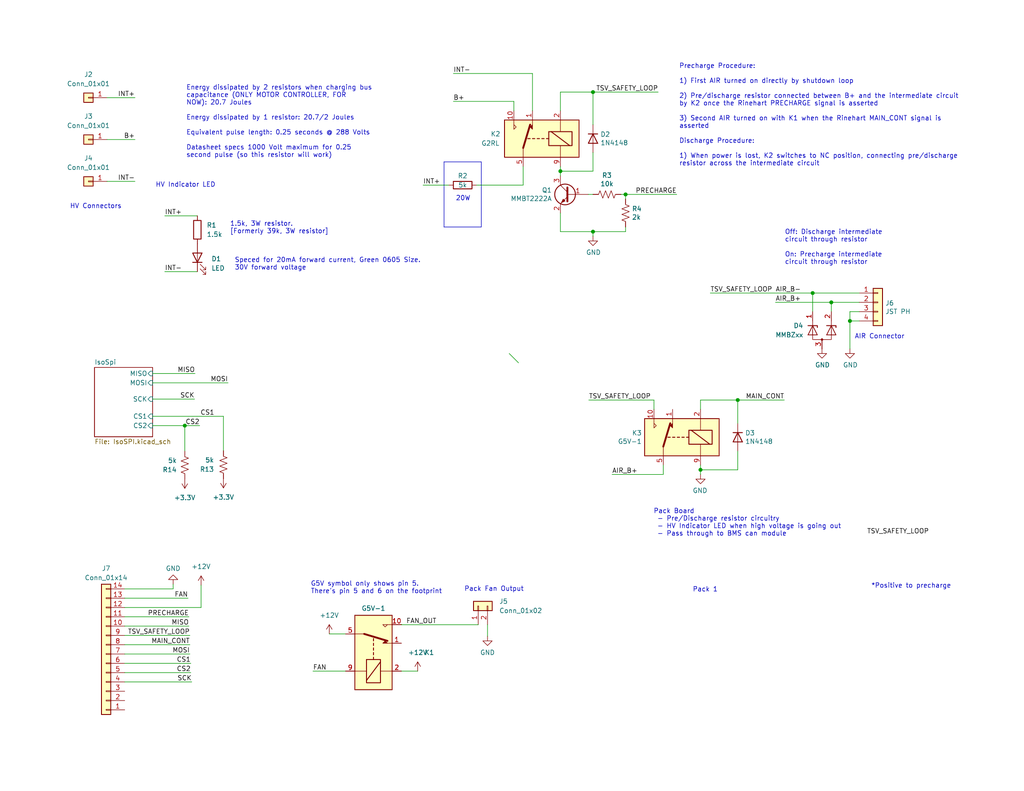
<source format=kicad_sch>
(kicad_sch (version 20230121) (generator eeschema)
  (paper "A")
  (lib_symbols
    (symbol "Connector_Generic:Conn_01x01" (pin_names (offset 1.016) hide)
      (property "Reference" "J" (at 0 2.54 0))
      (property "Value" "Conn_01x01" (at 0 -2.54 0))
      (symbol "Conn_01x01_1_1"
        (rectangle (start -1.27 0.127) (end 0 -0.127) (stroke (width 0.1524)))
        (rectangle (start -1.27 1.27) (end 1.27 -1.27) (stroke (width 0.254)) (fill (type background)))
        (pin passive line (at -5.08 0 0) (length 3.81) (name "Pin_1") (number "1"))
      )
    )
    (symbol "Connector_Generic:Conn_01x02" (pin_names (offset 1.016) hide)
      (property "Reference" "J" (at 0 2.54 0))
      (property "Value" "Conn_01x02" (at 0 -5.08 0))
      (symbol "Conn_01x02_1_1"
        (rectangle (start -1.27 -2.413) (end 0 -2.667) (stroke (width 0.1524)))
        (rectangle (start -1.27 0.127) (end 0 -0.127) (stroke (width 0.1524)))
        (rectangle (start -1.27 1.27) (end 1.27 -3.81) (stroke (width 0.254)) (fill (type background)))
        (pin passive line (at -5.08 0 0) (length 3.81) (name "Pin_1") (number "1"))
        (pin passive line (at -5.08 -2.54 0) (length 3.81) (name "Pin_2") (number "2"))
      )
    )
    (symbol "Connector_Generic:Conn_01x04" (pin_names (offset 1.016) hide)
      (property "Reference" "J" (at 0 5.08 0))
      (property "Value" "Conn_01x04" (at 0 -7.62 0))
      (symbol "Conn_01x04_1_1"
        (rectangle (start -1.27 -4.953) (end 0 -5.207) (stroke (width 0.1524)))
        (rectangle (start -1.27 -2.413) (end 0 -2.667) (stroke (width 0.1524)))
        (rectangle (start -1.27 0.127) (end 0 -0.127) (stroke (width 0.1524)))
        (rectangle (start -1.27 2.667) (end 0 2.413) (stroke (width 0.1524)))
        (rectangle (start -1.27 3.81) (end 1.27 -6.35) (stroke (width 0.254)) (fill (type background)))
        (pin passive line (at -5.08 2.54 0) (length 3.81) (name "Pin_1") (number "1"))
        (pin passive line (at -5.08 0 0) (length 3.81) (name "Pin_2") (number "2"))
        (pin passive line (at -5.08 -2.54 0) (length 3.81) (name "Pin_3") (number "3"))
        (pin passive line (at -5.08 -5.08 0) (length 3.81) (name "Pin_4") (number "4"))
      )
    )
    (symbol "Connector_Generic:Conn_01x14" (pin_names (offset 1.016) hide)
      (property "Reference" "J" (at 0 17.78 0))
      (property "Value" "Conn_01x14" (at 0 -20.32 0))
      (symbol "Conn_01x14_1_1"
        (rectangle (start -1.27 -17.653) (end 0 -17.907) (stroke (width 0.1524)))
        (rectangle (start -1.27 -15.113) (end 0 -15.367) (stroke (width 0.1524)))
        (rectangle (start -1.27 -12.573) (end 0 -12.827) (stroke (width 0.1524)))
        (rectangle (start -1.27 -10.033) (end 0 -10.287) (stroke (width 0.1524)))
        (rectangle (start -1.27 -7.493) (end 0 -7.747) (stroke (width 0.1524)))
        (rectangle (start -1.27 -4.953) (end 0 -5.207) (stroke (width 0.1524)))
        (rectangle (start -1.27 -2.413) (end 0 -2.667) (stroke (width 0.1524)))
        (rectangle (start -1.27 0.127) (end 0 -0.127) (stroke (width 0.1524)))
        (rectangle (start -1.27 2.667) (end 0 2.413) (stroke (width 0.1524)))
        (rectangle (start -1.27 5.207) (end 0 4.953) (stroke (width 0.1524)))
        (rectangle (start -1.27 7.747) (end 0 7.493) (stroke (width 0.1524)))
        (rectangle (start -1.27 10.287) (end 0 10.033) (stroke (width 0.1524)))
        (rectangle (start -1.27 12.827) (end 0 12.573) (stroke (width 0.1524)))
        (rectangle (start -1.27 15.367) (end 0 15.113) (stroke (width 0.1524)))
        (rectangle (start -1.27 16.51) (end 1.27 -19.05) (stroke (width 0.254)) (fill (type background)))
        (pin passive line (at -5.08 15.24 0) (length 3.81) (name "Pin_1") (number "1"))
        (pin passive line (at -5.08 -7.62 0) (length 3.81) (name "Pin_10") (number "10"))
        (pin passive line (at -5.08 -10.16 0) (length 3.81) (name "Pin_11") (number "11"))
        (pin passive line (at -5.08 -12.7 0) (length 3.81) (name "Pin_12") (number "12"))
        (pin passive line (at -5.08 -15.24 0) (length 3.81) (name "Pin_13") (number "13"))
        (pin passive line (at -5.08 -17.78 0) (length 3.81) (name "Pin_14") (number "14"))
        (pin passive line (at -5.08 12.7 0) (length 3.81) (name "Pin_2") (number "2"))
        (pin passive line (at -5.08 10.16 0) (length 3.81) (name "Pin_3") (number "3"))
        (pin passive line (at -5.08 7.62 0) (length 3.81) (name "Pin_4") (number "4"))
        (pin passive line (at -5.08 5.08 0) (length 3.81) (name "Pin_5") (number "5"))
        (pin passive line (at -5.08 2.54 0) (length 3.81) (name "Pin_6") (number "6"))
        (pin passive line (at -5.08 0 0) (length 3.81) (name "Pin_7") (number "7"))
        (pin passive line (at -5.08 -2.54 0) (length 3.81) (name "Pin_8") (number "8"))
        (pin passive line (at -5.08 -5.08 0) (length 3.81) (name "Pin_9") (number "9"))
      )
    )
    (symbol "Device:LED" (pin_numbers hide) (pin_names (offset 1.016) hide)
      (property "Reference" "D" (at 0 2.54 0))
      (property "Value" "LED" (at 0 -2.54 0))
      (symbol "LED_0_1"
        (polyline (pts (xy -1.27 -1.27) (xy -1.27 1.27)) (stroke (width 0.254)))
        (polyline (pts (xy -1.27 0) (xy 1.27 0)))
        (polyline (pts (xy 1.27 -1.27) (xy 1.27 1.27) (xy -1.27 0) (xy 1.27 -1.27)) (stroke (width 0.254)))
        (polyline (pts (xy -3.048 -0.762) (xy -4.572 -2.286) (xy -3.81 -2.286) (xy -4.572 -2.286) (xy -4.572 -1.524)))
        (polyline (pts (xy -1.778 -0.762) (xy -3.302 -2.286) (xy -2.54 -2.286) (xy -3.302 -2.286) (xy -3.302 -1.524)))
      )
      (symbol "LED_1_1"
        (pin passive line (at -3.81 0 0) (length 2.54) (name "K") (number "1"))
        (pin passive line (at 3.81 0 180) (length 2.54) (name "A") (number "2"))
      )
    )
    (symbol "Device:Q_NPN_BEC" (pin_names (offset 0) hide)
      (property "Reference" "Q" (at 5.08 1.27 0))
      (property "Value" "Q_NPN_BEC" (at 5.08 -1.27 0))
      (symbol "Q_NPN_BEC_0_1"
        (polyline (pts (xy 0.635 0.635) (xy 2.54 2.54)))
        (polyline (pts (xy 0.635 -0.635) (xy 2.54 -2.54) (xy 2.54 -2.54)))
        (polyline (pts (xy 0.635 1.905) (xy 0.635 -1.905) (xy 0.635 -1.905)) (stroke (width 0.508)))
        (polyline (pts (xy 1.27 -1.778) (xy 1.778 -1.27) (xy 2.286 -2.286) (xy 1.27 -1.778) (xy 1.27 -1.778)) (fill (type outline)))
        (circle (center 1.27 0) (radius 2.8194) (stroke (width 0.254)))
      )
      (symbol "Q_NPN_BEC_1_1"
        (pin input line (at -5.08 0 0) (length 5.715) (name "B") (number "1"))
        (pin passive line (at 2.54 -5.08 90) (length 2.54) (name "E") (number "2"))
        (pin passive line (at 2.54 5.08 270) (length 2.54) (name "C") (number "3"))
      )
    )
    (symbol "Device:R" (pin_numbers hide) (pin_names (offset 0))
      (property "Reference" "R" (at 2.032 0 90))
      (property "Value" "R" (at 0 0 90))
      (symbol "R_0_1"
        (rectangle (start -1.016 -2.54) (end 1.016 2.54) (stroke (width 0.254)))
      )
      (symbol "R_1_1"
        (pin passive line (at 0 3.81 270) (length 1.27) (name "~") (number "1"))
        (pin passive line (at 0 -3.81 90) (length 1.27) (name "~") (number "2"))
      )
    )
    (symbol "Device:R_US" (pin_numbers hide) (pin_names (offset 0))
      (property "Reference" "R" (at 2.54 0 90))
      (property "Value" "R_US" (at -2.54 0 90))
      (symbol "R_US_0_1"
        (polyline (pts (xy 0 -2.286) (xy 0 -2.54)))
        (polyline (pts (xy 0 2.286) (xy 0 2.54)))
        (polyline (pts (xy 0 -0.762) (xy 1.016 -1.143) (xy 0 -1.524) (xy -1.016 -1.905) (xy 0 -2.286)))
        (polyline (pts (xy 0 0.762) (xy 1.016 0.381) (xy 0 0) (xy -1.016 -0.381) (xy 0 -0.762)))
        (polyline (pts (xy 0 2.286) (xy 1.016 1.905) (xy 0 1.524) (xy -1.016 1.143) (xy 0 0.762)))
      )
      (symbol "R_US_1_1"
        (pin passive line (at 0 3.81 270) (length 1.27) (name "~") (number "1"))
        (pin passive line (at 0 -3.81 90) (length 1.27) (name "~") (number "2"))
      )
    )
    (symbol "Diode:1N4148" (pin_numbers hide) (pin_names (offset 1.016) hide)
      (property "Reference" "D" (at 0 2.54 0))
      (property "Value" "1N4148" (at 0 -2.54 0))
      (symbol "1N4148_0_1"
        (polyline (pts (xy -1.27 1.27) (xy -1.27 -1.27)) (stroke (width 0.254)))
        (polyline (pts (xy 1.27 0) (xy -1.27 0)))
        (polyline (pts (xy 1.27 1.27) (xy 1.27 -1.27) (xy -1.27 0) (xy 1.27 1.27)) (stroke (width 0.254)))
      )
      (symbol "1N4148_1_1"
        (pin passive line (at -3.81 0 0) (length 2.54) (name "K") (number "1"))
        (pin passive line (at 3.81 0 180) (length 2.54) (name "A") (number "2"))
      )
    )
    (symbol "Diode:MMBZxx" (pin_names (offset 1.016) hide)
      (property "Reference" "D" (at 3.81 2.54 0))
      (property "Value" "MMBZxx" (at 3.81 0 0))
      (symbol "MMBZxx_0_1"
        (circle (center 0 -2.54) (radius 0.254) (fill (type outline)))
        (polyline (pts (xy -2.54 -1.27) (xy -2.54 2.54)))
        (polyline (pts (xy 2.54 -1.27) (xy 2.54 2.54)))
        (polyline (pts (xy -3.81 1.27) (xy -1.27 1.27) (xy -1.27 0.762)) (stroke (width 0.254)))
        (polyline (pts (xy 1.27 1.27) (xy 3.81 1.27) (xy 3.81 0.762)) (stroke (width 0.254)))
        (polyline (pts (xy -2.54 0) (xy -2.54 -2.54) (xy 2.54 -2.54) (xy 2.54 0)))
      )
      (symbol "MMBZxx_1_1"
        (polyline (pts (xy -3.81 -1.27) (xy -1.27 -1.27) (xy -2.54 1.27) (xy -3.81 -1.27)) (stroke (width 0.2032)))
        (polyline (pts (xy 1.27 -1.27) (xy 3.81 -1.27) (xy 2.54 1.27) (xy 1.27 -1.27)) (stroke (width 0.2032)))
        (pin passive line (at -2.54 5.08 270) (length 2.54) (name "K") (number "1"))
        (pin passive line (at 2.54 5.08 270) (length 2.54) (name "K") (number "2"))
        (pin passive line (at 0 -5.08 90) (length 2.54) (name "A") (number "3"))
      )
    )
    (symbol "G5V-1_1"
      (property "Reference" "K3" (at 0 15.24 90))
      (property "Value" "G5V-1_1" (at 0 12.7 90))
      (symbol "G5V-1_1_0_0"
        (polyline (pts (xy 7.62 5.08) (xy 7.62 2.54) (xy 6.985 3.175) (xy 7.62 3.81)))
      )
      (symbol "G5V-1_1_0_1"
        (rectangle (start -10.16 5.08) (end 10.16 -5.08) (stroke (width 0.254)) (fill (type background)))
        (rectangle (start -8.255 1.905) (end -1.905 -1.905) (stroke (width 0.254)))
        (polyline (pts (xy -7.62 -1.905) (xy -2.54 1.905)) (stroke (width 0.254)))
        (polyline (pts (xy -5.08 -5.08) (xy -5.08 -1.905)))
        (polyline (pts (xy -5.08 5.08) (xy -5.08 1.905)))
        (polyline (pts (xy -1.905 0) (xy -1.27 0)) (stroke (width 0.254)))
        (polyline (pts (xy -0.635 0) (xy 0 0)) (stroke (width 0.254)))
        (polyline (pts (xy 0.635 0) (xy 1.27 0)) (stroke (width 0.254)))
        (polyline (pts (xy 1.905 0) (xy 2.54 0)) (stroke (width 0.254)))
        (polyline (pts (xy 3.175 0) (xy 3.81 0)) (stroke (width 0.254)))
        (polyline (pts (xy 5.08 -2.54) (xy 3.175 3.81)) (stroke (width 0.508)))
        (polyline (pts (xy 5.08 -2.54) (xy 5.08 -5.08)))
        (polyline (pts (xy 2.54 5.08) (xy 2.54 2.54) (xy 3.175 3.175) (xy 2.54 3.81)) (fill (type outline)))
      )
      (symbol "G5V-1_1_1_1"
        (pin passive line (at 2.54 7.62 270) (length 2.54) (name "~") (number "1"))
        (pin passive line (at 7.62 7.62 270) (length 2.54) (name "~") (number "10"))
        (pin passive line (at -5.08 7.62 270) (length 2.54) (name "~") (number "2"))
        (pin passive line (at 5.08 -7.62 90) (length 2.54) (name "~") (number "5"))
        (pin passive line (at 5.08 -7.62 90) (length 2.54) hide (name "~") (number "6"))
        (pin passive line (at -5.08 -7.62 90) (length 2.54) (name "~") (number "9"))
      )
    )
    (symbol "Relay:G5V-1"
      (property "Reference" "K" (at 11.43 3.81 0))
      (property "Value" "G5V-1" (at 11.43 1.27 0))
      (symbol "G5V-1_0_0"
        (polyline (pts (xy 7.62 5.08) (xy 7.62 2.54) (xy 6.985 3.175) (xy 7.62 3.81)))
      )
      (symbol "G5V-1_0_1"
        (rectangle (start -10.16 5.08) (end 10.16 -5.08) (stroke (width 0.254)) (fill (type background)))
        (rectangle (start -8.255 1.905) (end -1.905 -1.905) (stroke (width 0.254)))
        (polyline (pts (xy -7.62 -1.905) (xy -2.54 1.905)) (stroke (width 0.254)))
        (polyline (pts (xy -5.08 -5.08) (xy -5.08 -1.905)))
        (polyline (pts (xy -5.08 5.08) (xy -5.08 1.905)))
        (polyline (pts (xy -1.905 0) (xy -1.27 0)) (stroke (width 0.254)))
        (polyline (pts (xy -0.635 0) (xy 0 0)) (stroke (width 0.254)))
        (polyline (pts (xy 0.635 0) (xy 1.27 0)) (stroke (width 0.254)))
        (polyline (pts (xy 1.905 0) (xy 2.54 0)) (stroke (width 0.254)))
        (polyline (pts (xy 3.175 0) (xy 3.81 0)) (stroke (width 0.254)))
        (polyline (pts (xy 5.08 -2.54) (xy 3.175 3.81)) (stroke (width 0.508)))
        (polyline (pts (xy 5.08 -2.54) (xy 5.08 -5.08)))
        (polyline (pts (xy 2.54 5.08) (xy 2.54 2.54) (xy 3.175 3.175) (xy 2.54 3.81)) (fill (type outline)))
      )
      (symbol "G5V-1_1_1"
        (pin passive line (at 2.54 7.62 270) (length 2.54) (name "~") (number "1"))
        (pin passive line (at 7.62 7.62 270) (length 2.54) (name "~") (number "10"))
        (pin passive line (at -5.08 7.62 270) (length 2.54) (name "~") (number "2"))
        (pin passive line (at 5.08 -7.62 90) (length 2.54) (name "~") (number "5"))
        (pin passive line (at 5.08 -7.62 90) (length 2.54) hide (name "~") (number "6"))
        (pin passive line (at -5.08 -7.62 90) (length 2.54) (name "~") (number "9"))
      )
    )
    (symbol "power:+12V" (power) (pin_names (offset 0))
      (property "Value" "+12V" (at 0 3.556 0))
      (symbol "+12V_0_1"
        (polyline (pts (xy -0.762 1.27) (xy 0 2.54)))
        (polyline (pts (xy 0 0) (xy 0 2.54)))
        (polyline (pts (xy 0 2.54) (xy 0.762 1.27)))
      )
      (symbol "+12V_1_1"
        (pin power_in line (at 0 0 90) (length 0) hide (name "+12V") (number "1"))
      )
    )
    (symbol "power:+3.3V" (power) (pin_names (offset 0))
      (property "Value" "+3.3V" (at 0 3.556 0))
      (symbol "+3.3V_0_1"
        (polyline (pts (xy -0.762 1.27) (xy 0 2.54)))
        (polyline (pts (xy 0 0) (xy 0 2.54)))
        (polyline (pts (xy 0 2.54) (xy 0.762 1.27)))
      )
      (symbol "+3.3V_1_1"
        (pin power_in line (at 0 0 90) (length 0) hide (name "+3.3V") (number "1"))
      )
    )
    (symbol "power:GND" (power) (pin_names (offset 0))
      (property "Value" "GND" (at 0 -3.81 0))
      (symbol "GND_0_1"
        (polyline (pts (xy 0 0) (xy 0 -1.27) (xy 1.27 -1.27) (xy 0 -2.54) (xy -1.27 -1.27) (xy 0 -1.27)))
      )
      (symbol "GND_1_1"
        (pin power_in line (at 0 0 270) (length 0) hide (name "GND") (number "1"))
      )
    )
  )
  (junction (at 221.742 80.01))
  (junction (at 50.419 116.205))
  (junction (at 231.902 87.63))
  (junction (at 152.908 46.736))
  (junction (at 161.798 63.246))
  (junction (at 226.822 82.55))
  (junction (at 201.295 109.22))
  (junction (at 161.798 25.146))
  (junction (at 191.135 128.27))
  (junction (at 170.688 53.086))
  (bus_entry (at 138.938 96.52) (size 2.54 2.54))
  (wire (pts (xy 34.036 163.322) (xy 51.308 163.322)))
  (wire (pts (xy 161.798 63.246) (xy 170.688 63.246)))
  (wire (pts (xy 180.975 129.54) (xy 167.005 129.54)))
  (wire (pts (xy 201.295 115.57) (xy 201.295 109.22)))
  (wire (pts (xy 221.742 85.09) (xy 221.742 80.01)))
  (polyline (pts (xy 121.158 44.196) (xy 131.318 44.196)))
  (wire (pts (xy 191.135 128.27) (xy 191.135 127)))
  (wire (pts (xy 191.135 109.22) (xy 201.295 109.22)))
  (wire (pts (xy 170.688 53.086) (xy 184.658 53.086)))
  (wire (pts (xy 34.036 181.102) (xy 52.07 181.102)))
  (wire (pts (xy 44.958 74.168) (xy 53.848 74.168)))
  (wire (pts (xy 226.822 82.55) (xy 211.582 82.55)))
  (wire (pts (xy 47.244 160.782) (xy 34.036 160.782)))
  (wire (pts (xy 170.688 54.356) (xy 170.688 53.086)))
  (wire (pts (xy 89.8398 173.0756) (xy 94.2848 173.0756)))
  (wire (pts (xy 34.036 176.022) (xy 51.816 176.022)))
  (wire (pts (xy 201.295 109.22) (xy 213.995 109.22)))
  (polyline (pts (xy 121.158 44.196) (xy 121.158 61.976)))
  (polyline (pts (xy 121.158 61.976) (xy 131.318 61.976)))
  (wire (pts (xy 234.442 85.09) (xy 231.902 85.09)))
  (wire (pts (xy 152.908 30.226) (xy 152.908 25.146)))
  (wire (pts (xy 180.975 127) (xy 180.975 129.54)))
  (wire (pts (xy 60.96 113.665) (xy 60.96 123.063)))
  (wire (pts (xy 201.295 128.27) (xy 201.295 123.19)))
  (wire (pts (xy 109.601 170.5356) (xy 109.5248 170.5356)))
  (wire (pts (xy 226.822 82.55) (xy 234.442 82.55)))
  (wire (pts (xy 34.036 168.402) (xy 51.562 168.402)))
  (wire (pts (xy 161.798 34.036) (xy 161.798 25.146)))
  (wire (pts (xy 178.435 111.76) (xy 178.435 109.22)))
  (wire (pts (xy 191.135 128.27) (xy 201.295 128.27)))
  (wire (pts (xy 109.5248 183.2356) (xy 113.9698 183.2356)))
  (wire (pts (xy 160.528 53.086) (xy 161.798 53.086)))
  (wire (pts (xy 41.656 104.521) (xy 62.23 104.521)))
  (wire (pts (xy 54.864 165.862) (xy 34.036 165.862)))
  (wire (pts (xy 191.135 111.76) (xy 191.135 109.22)))
  (wire (pts (xy 170.688 63.246) (xy 170.688 61.976)))
  (wire (pts (xy 34.036 173.482) (xy 51.816 173.482)))
  (wire (pts (xy 123.698 27.686) (xy 140.208 27.686)))
  (wire (pts (xy 133.0198 170.5356) (xy 133.0198 173.7106)))
  (wire (pts (xy 178.435 109.22) (xy 160.655 109.22)))
  (wire (pts (xy 123.698 20.066) (xy 145.288 20.066)))
  (wire (pts (xy 50.419 116.205) (xy 54.483 116.205)))
  (wire (pts (xy 109.601 170.561) (xy 109.601 170.5356)))
  (wire (pts (xy 152.908 25.146) (xy 161.798 25.146)))
  (wire (pts (xy 152.908 63.246) (xy 161.798 63.246)))
  (wire (pts (xy 122.428 50.546) (xy 115.443 50.546)))
  (wire (pts (xy 54.864 159.766) (xy 54.864 165.862)))
  (wire (pts (xy 34.036 183.642) (xy 52.07 183.642)))
  (wire (pts (xy 47.244 159.512) (xy 47.244 160.782)))
  (wire (pts (xy 41.656 101.981) (xy 53.213 101.981)))
  (wire (pts (xy 161.798 63.246) (xy 161.798 64.516)))
  (wire (pts (xy 152.908 45.466) (xy 152.908 46.736)))
  (wire (pts (xy 234.442 87.63) (xy 231.902 87.63)))
  (wire (pts (xy 152.908 58.166) (xy 152.908 63.246)))
  (wire (pts (xy 109.601 170.561) (xy 130.4798 170.561)))
  (wire (pts (xy 231.902 85.09) (xy 231.902 87.63)))
  (wire (pts (xy 161.798 25.146) (xy 179.578 25.146)))
  (wire (pts (xy 29.21 26.67) (xy 36.83 26.67)))
  (wire (pts (xy 226.822 85.09) (xy 226.822 82.55)))
  (wire (pts (xy 50.419 116.205) (xy 50.419 123.19)))
  (wire (pts (xy 161.798 46.736) (xy 161.798 41.656)))
  (wire (pts (xy 94.2848 183.2356) (xy 85.3948 183.2356)))
  (wire (pts (xy 142.748 45.466) (xy 142.748 50.546)))
  (wire (pts (xy 34.036 186.182) (xy 52.324 186.182)))
  (wire (pts (xy 41.656 113.665) (xy 60.96 113.665)))
  (wire (pts (xy 193.802 80.01) (xy 221.742 80.01)))
  (wire (pts (xy 231.902 87.63) (xy 231.902 95.25)))
  (wire (pts (xy 53.086 108.966) (xy 41.656 108.966)))
  (wire (pts (xy 169.418 53.086) (xy 170.688 53.086)))
  (wire (pts (xy 34.036 178.562) (xy 51.816 178.562)))
  (wire (pts (xy 130.048 50.546) (xy 142.748 50.546)))
  (wire (pts (xy 221.742 80.01) (xy 234.442 80.01)))
  (wire (pts (xy 130.4798 170.561) (xy 130.4798 170.5356)))
  (wire (pts (xy 29.21 49.53) (xy 36.83 49.53)))
  (wire (pts (xy 191.135 129.54) (xy 191.135 128.27)))
  (polyline (pts (xy 131.318 44.196) (xy 131.318 61.976)))
  (wire (pts (xy 140.208 30.226) (xy 140.208 27.686)))
  (wire (pts (xy 34.036 170.942) (xy 51.562 170.942)))
  (wire (pts (xy 152.908 46.736) (xy 152.908 48.006)))
  (wire (pts (xy 29.21 38.1) (xy 36.83 38.1)))
  (wire (pts (xy 152.908 46.736) (xy 161.798 46.736)))
  (wire (pts (xy 41.656 116.205) (xy 50.419 116.205)))
  (wire (pts (xy 44.958 58.928) (xy 53.848 58.928)))
  (wire (pts (xy 145.288 30.226) (xy 145.288 20.066)))
  (text "*Positive to precharge\n" (at 237.6932 160.782 0) (effects (font (size 1.27 1.27)) (justify left bottom)))
  (text "HV Connectors" (at 19.05 57.15 0) (effects (font (size 1.27 1.27)) (justify left bottom)))
  (text "Pack 1 \n" (at 188.976 161.798 0) (effects (font (size 1.27 1.27)) (justify left bottom)))
  (text "Off: Discharge intermediate\ncircuit through resistor\n\nOn: Precharge intermediate\ncircuit through resistor" (at 214.122 72.39 0) (effects (font (size 1.27 1.27)) (justify left bottom)))
  (text "Precharge Procedure:\n\n1) First AIR turned on directly by shutdown loop\n\n2) Pre/discharge resistor connected between B+ and the intermediate circuit\nby K2 once the Rinehart PRECHARGE signal is asserted\n\n3) Second AIR turned on with K1 when the Rinehart MAIN_CONT signal is\nasserted\n\nDischarge Procedure:\n\n1) When power is lost, K2 switches to NC position, connecting pre/discharge\nresistor across the intermediate circuit" (at 185.293 45.466 0) (effects (font (size 1.27 1.27)) (justify left bottom)))
  (text "Pack Board\n - Pre/Discharge resistor circuitry\n - HV Indicator LED when high voltage is going out\n - Pass through to BMS can module" (at 178.308 146.558 0) (effects (font (size 1.27 1.27)) (justify left bottom)))
  (text "G5V symbol only shows pin 5. \nThere's pin 5 and 6 on the footprint" (at 84.7598 162.2806 0) (effects (font (size 1.27 1.27)) (justify left bottom)))
  (text "HV Indicator LED" (at 42.418 51.308 0) (effects (font (size 1.27 1.27)) (justify left bottom)))
  (text "1.5k, 3W resistor.\n[Formerly 39k, 3W resistor]" (at 62.738 64.008 0) (effects (font (size 1.27 1.27)) (justify left bottom)))
  (text "Speced for 20mA forward current, Green 0605 Size.\n30V forward voltage" (at 64.008 73.914 0) (effects (font (size 1.27 1.27)) (justify left bottom)))
  (text "20W\n" (at 124.333 54.991 0) (effects (font (size 1.27 1.27)) (justify left bottom)))
  (text "AIR Connector" (at 233.172 92.71 0) (effects (font (size 1.27 1.27)) (justify left bottom)))
  (text "Energy dissipated by 2 resistors when charging bus\ncapacitance (ONLY MOTOR CONTROLLER, FOR\nNOW): 20.7 Joules\n\nEnergy dissipated by 1 resistor: 20.7/2 Joules\n\nEquivalent pulse length: 0.25 seconds @ 288 Volts\n\nDatasheet specs 1000 Volt maximum for 0.25\nsecond pulse (so this resistor will work)" (at 50.8 43.18 0) (effects (font (size 1.27 1.27)) (justify left bottom)))
  (text "Pack Fan Output" (at 126.6698 161.6456 0) (effects (font (size 1.27 1.27)) (justify left bottom)))
  (label "INT+" (at 115.443 50.546 0))
  (label "AIR_B+" (at 167.005 129.54 0))
  (label "FAN" (at 51.308 163.322 180))
  (label "INT-" (at 123.698 20.066 0))
  (label "MOSI" (at 51.816 178.562 180))
  (label "CS1" (at 52.07 181.102 180))
  (label "AIR_B+" (at 211.582 82.55 0))
  (label "TSV_SAFETY_LOOP" (at 253.492 146.05 180))
  (label "INT-" (at 44.958 74.168 0))
  (label "FAN_OUT" (at 119.126 170.561 180))
  (label "SCK" (at 53.086 108.966 180))
  (label "MISO" (at 51.562 170.942 180))
  (label "PRECHARGE" (at 51.562 168.402 180))
  (label "MAIN_CONT" (at 51.816 176.022 180))
  (label "TSV_SAFETY_LOOP" (at 51.816 173.482 180))
  (label "INT-" (at 36.83 49.53 180))
  (label "INT+" (at 36.83 26.67 180))
  (label "SCK" (at 52.324 186.182 180))
  (label "MISO" (at 53.213 101.981 180))
  (label "CS1" (at 58.547 113.665 180))
  (label "PRECHARGE" (at 184.658 53.086 180))
  (label "INT+" (at 44.958 58.928 0))
  (label "B+" (at 123.698 27.686 0))
  (label "FAN" (at 85.3948 183.2356 0))
  (label "TSV_SAFETY_LOOP" (at 160.655 109.22 0))
  (label "MOSI" (at 62.23 104.521 180))
  (label "CS2" (at 54.483 116.205 180))
  (label "AIR_B-" (at 211.582 80.01 0))
  (label "TSV_SAFETY_LOOP" (at 193.802 80.01 0))
  (label "MAIN_CONT" (at 213.995 109.22 180))
  (label "CS2" (at 52.07 183.642 180))
  (label "TSV_SAFETY_LOOP" (at 179.578 25.146 180))
  (label "B+" (at 36.83 38.1 180))
  (symbol (lib_id "power:+12V") (at 89.8398 173.0756 0) (unit 1)
    (property "Reference" "#PWR03" (effects hide))
    (property "Value" "+12V" (at 89.8398 167.9956 0))
  )
  (symbol (lib_id "power:GND") (at 231.902 95.25 0) (unit 1)
    (property "Reference" "#PWR09" (effects hide))
    (property "Value" "GND" (at 232.029 99.6442 0))
  )
  (symbol (lib_id "Device:R") (at 126.238 50.546 90) (unit 1)
    (property "Reference" "R2" (at 126.238 48.006 90))
    (property "Value" "5k" (at 126.238 50.546 90))
    (property "Footprint" "Resistor_THT:R_Axial_Power_L48.0mm_W12.5mm_P55.88mm" (effects hide))
  )
  (symbol (lib_id "Device:R_US") (at 60.96 126.873 180) (unit 1)
    (property "Reference" "R13" (at 58.42 128.143 0) (effects (justify left)))
    (property "Value" "5k" (at 58.42 125.603 0) (effects (justify left)))
    (property "Footprint" "Resistor_SMD:R_0603_1608Metric_Pad0.98x0.95mm_HandSolder" (effects hide))
  )
  (symbol (lib_id "power:+12V") (at 113.9698 183.2356 0) (unit 1)
    (property "Reference" "#PWR04" (effects hide))
    (property "Value" "+12V" (at 113.9698 178.1556 0))
  )
  (symbol (lib_id "power:GND") (at 161.798 64.516 0) (unit 1)
    (property "Reference" "#PWR06" (effects hide))
    (property "Value" "GND" (at 161.925 68.9102 0))
  )
  (symbol (lib_name "G5V-1_1") (lib_id "Relay:G5V-1") (at 101.9048 178.1556 270) (mirror x) (unit 1)
    (property "Reference" "K1" (at 117.1448 178.1556 90))
    (property "Value" "G5V-1" (at 101.9048 166.0906 90))
    (property "Footprint" "Relay_THT:Relay_SPDT_Omron_G5V-1" (effects hide))
    (property "Datasheet" "http://omronfs.omron.com/en_US/ecb/products/pdf/en-g5v_1.pdf" (effects hide))
  )
  (symbol (lib_id "power:GND") (at 191.135 129.54 0) (mirror y) (unit 1)
    (property "Reference" "#PWR07" (effects hide))
    (property "Value" "GND" (at 191.008 133.9342 0))
  )
  (symbol (lib_id "Diode:1N4148") (at 161.798 37.846 270) (unit 1)
    (property "Reference" "D2" (at 163.8046 36.6776 90) (effects (justify left)))
    (property "Value" "1N4148" (at 163.8046 38.989 90) (effects (justify left)))
    (property "Footprint" "Diode_SMD:D_MiniMELF" (effects hide))
    (property "Datasheet" "http://www.nxp.com/documents/data_sheet/1N4148_1N4448.pdf" (effects hide))
  )
  (symbol (lib_id "Connector_Generic:Conn_01x14") (at 28.956 178.562 180) (unit 1)
    (property "Reference" "J7" (at 28.956 155.194 0))
    (property "Value" "Conn_01x14" (at 28.956 157.734 0))
    (property "Footprint" "AERO_Footprints:TE_1-776266-1_14pin_Horizontal" (effects hide))
  )
  (symbol (lib_id "Diode:MMBZxx") (at 224.282 90.17 0) (unit 1)
    (property "Reference" "D4" (at 219.202 88.9 0) (effects (justify right)))
    (property "Value" "MMBZxx" (at 219.202 91.44 0) (effects (justify right)))
    (property "Footprint" "Package_TO_SOT_SMD:SOT-23" (effects hide))
    (property "Datasheet" "http://www.onsemi.com/pub/Collateral/MMBZ5V6ALT1-D.PDF" (effects hide))
  )
  (symbol (lib_id "Diode:1N4148") (at 201.295 119.38 270) (unit 1)
    (property "Reference" "D3" (at 203.3016 118.2116 90) (effects (justify left)))
    (property "Value" "1N4148" (at 203.3016 120.523 90) (effects (justify left)))
    (property "Footprint" "Diode_SMD:D_MiniMELF" (effects hide))
    (property "Datasheet" "http://www.nxp.com/documents/data_sheet/1N4148_1N4448.pdf" (effects hide))
  )
  (symbol (lib_id "Relay:G5V-1") (at 186.055 119.38 0) (mirror y) (unit 1)
    (property "Reference" "K3" (at 175.133 118.2116 0) (effects (justify left)))
    (property "Value" "G5V-1" (at 175.133 120.523 0) (effects (justify left)))
    (property "Footprint" "Relay_THT:Relay_SPDT_Omron_G5V-1" (effects hide))
    (property "Datasheet" "http://omronfs.omron.com/en_US/ecb/products/pdf/en-g5v_1.pdf" (effects hide))
  )
  (symbol (lib_id "Device:R") (at 53.848 62.738 0) (unit 1)
    (property "Reference" "R1" (at 56.388 61.4679 0) (effects (justify left)))
    (property "Value" "1.5k" (at 56.388 64.0079 0) (effects (justify left)))
    (property "Footprint" "Resistor_THT:R_Axial_DIN0414_L11.9mm_D4.5mm_P25.40mm_Horizontal" (effects hide))
  )
  (symbol (lib_id "Connector_Generic:Conn_01x01") (at 24.13 38.1 180) (unit 1)
    (property "Reference" "J3" (at 24.13 31.75 0))
    (property "Value" "Conn_01x01" (at 24.13 34.29 0))
    (property "Footprint" "Connector_Hirose:Hirose_DF63M-1P-3.96DSA_1x01_P3.96mm_Vertical" (effects hide))
  )
  (symbol (lib_id "power:GND") (at 47.244 159.512 180) (unit 1)
    (property "Reference" "#PWR01" (effects hide))
    (property "Value" "GND" (at 47.244 155.194 0))
  )
  (symbol (lib_id "Device:R_US") (at 50.419 127 180) (unit 1)
    (property "Reference" "R14" (at 48.26 128.27 0) (effects (justify left)))
    (property "Value" "5k" (at 48.26 125.73 0) (effects (justify left)))
    (property "Footprint" "Resistor_SMD:R_0603_1608Metric_Pad0.98x0.95mm_HandSolder" (effects hide))
  )
  (symbol (lib_id "Connector_Generic:Conn_01x02") (at 130.4798 165.4556 90) (unit 1)
    (property "Reference" "J5" (at 136.1948 164.1855 90) (effects (justify right)))
    (property "Value" "Conn_01x02" (at 136.1948 166.7255 90) (effects (justify right)))
    (property "Footprint" "Connector_JST:JST_XH_B2B-XH-A_1x02_P2.50mm_Vertical" (effects hide))
  )
  (symbol (lib_id "Relay:G5V-1") (at 147.828 37.846 0) (mirror y) (unit 1)
    (property "Reference" "K2" (at 133.858 36.576 0) (effects (justify right)))
    (property "Value" "G2RL" (at 131.318 39.116 0) (effects (justify right)))
    (property "Footprint" "AERO_Footprints:G2RL" (effects hide))
    (property "Datasheet" "http://omronfs.omron.com/en_US/ecb/products/pdf/en-g5v_1.pdf" (effects hide))
  )
  (symbol (lib_id "power:+3.3V") (at 60.96 130.683 180) (unit 1)
    (property "Reference" "#PWR031" (effects hide))
    (property "Value" "+3.3V" (at 60.96 135.763 0))
  )
  (symbol (lib_id "Device:R_US") (at 170.688 58.166 180) (unit 1)
    (property "Reference" "R4" (at 172.4152 56.9976 0) (effects (justify right)))
    (property "Value" "2k" (at 172.4152 59.309 0) (effects (justify right)))
    (property "Footprint" "Resistor_SMD:R_0603_1608Metric" (effects hide))
  )
  (symbol (lib_id "power:+3.3V") (at 50.419 130.81 180) (unit 1)
    (property "Reference" "#PWR032" (effects hide))
    (property "Value" "+3.3V" (at 50.419 135.89 0))
  )
  (symbol (lib_id "Connector_Generic:Conn_01x01") (at 24.13 26.67 180) (unit 1)
    (property "Reference" "J2" (at 24.13 20.32 0))
    (property "Value" "Conn_01x01" (at 24.13 22.86 0))
    (property "Footprint" "Connector_Hirose:Hirose_DF63M-1P-3.96DSA_1x01_P3.96mm_Vertical" (effects hide))
  )
  (symbol (lib_id "Connector_Generic:Conn_01x04") (at 239.522 82.55 0) (unit 1)
    (property "Reference" "J6" (at 241.554 82.7532 0) (effects (justify left)))
    (property "Value" "JST PH" (at 241.554 85.0646 0) (effects (justify left)))
    (property "Footprint" "Connector_JST:JST_PH_B4B-PH-K_1x04_P2.00mm_Vertical" (effects hide))
  )
  (symbol (lib_id "power:+12V") (at 54.864 159.766 0) (unit 1)
    (property "Reference" "#PWR02" (effects hide))
    (property "Value" "+12V" (at 54.864 154.686 0))
  )
  (symbol (lib_id "Device:Q_NPN_BEC") (at 155.448 53.086 0) (mirror y) (unit 1)
    (property "Reference" "Q1" (at 150.5966 51.9176 0) (effects (justify left)))
    (property "Value" "MMBT2222A" (at 150.5966 54.229 0) (effects (justify left)))
    (property "Footprint" "Package_TO_SOT_SMD:SOT-23" (effects hide))
  )
  (symbol (lib_id "Device:LED") (at 53.848 70.358 90) (unit 1)
    (property "Reference" "D1" (at 57.658 70.6754 90) (effects (justify right)))
    (property "Value" "LED" (at 57.658 73.2154 90) (effects (justify right)))
    (property "Footprint" "AERO_Footprints:LPA-C011301S-x LED 0805 LIGHT PIPE SINGLE VERT SMD" (effects hide))
  )
  (symbol (lib_id "power:GND") (at 133.0198 173.7106 0) (unit 1)
    (property "Reference" "#PWR05" (effects hide))
    (property "Value" "GND" (at 133.0198 178.1556 0))
  )
  (symbol (lib_id "Connector_Generic:Conn_01x01") (at 24.13 49.53 180) (unit 1)
    (property "Reference" "J4" (at 24.13 43.18 0))
    (property "Value" "Conn_01x01" (at 24.13 45.72 0))
    (property "Footprint" "Connector_Hirose:Hirose_DF63M-1P-3.96DSA_1x01_P3.96mm_Vertical" (effects hide))
  )
  (symbol (lib_id "power:GND") (at 224.282 95.25 0) (unit 1)
    (property "Reference" "#PWR08" (effects hide))
    (property "Value" "GND" (at 224.409 99.6442 0))
  )
  (symbol (lib_id "Device:R_US") (at 165.608 53.086 90) (unit 1)
    (property "Reference" "R3" (at 165.608 47.879 90))
    (property "Value" "10k" (at 165.608 50.1904 90))
    (property "Footprint" "Resistor_SMD:R_0603_1608Metric" (effects hide))
  )
  (sheet (at 25.781 100.33) (size 15.875 18.923) (stroke (width 0.1524))
    (property "Sheetname" "IsoSpi" (at 25.781 99.6184 0) (effects (justify left bottom)))
    (property "Sheetfile" "IsoSPI.kicad_sch" (at 25.781 119.8376 0) (effects (justify left top)))
    (pin "MISO" input (at 41.656 101.981 0))
    (pin "MOSI" input (at 41.656 104.521 0))
    (pin "SCK" input (at 41.656 108.966 0))
    (pin "CS1" input (at 41.656 113.665 0))
    (pin "CS2" input (at 41.656 116.205 0))
  )
)
</source>
